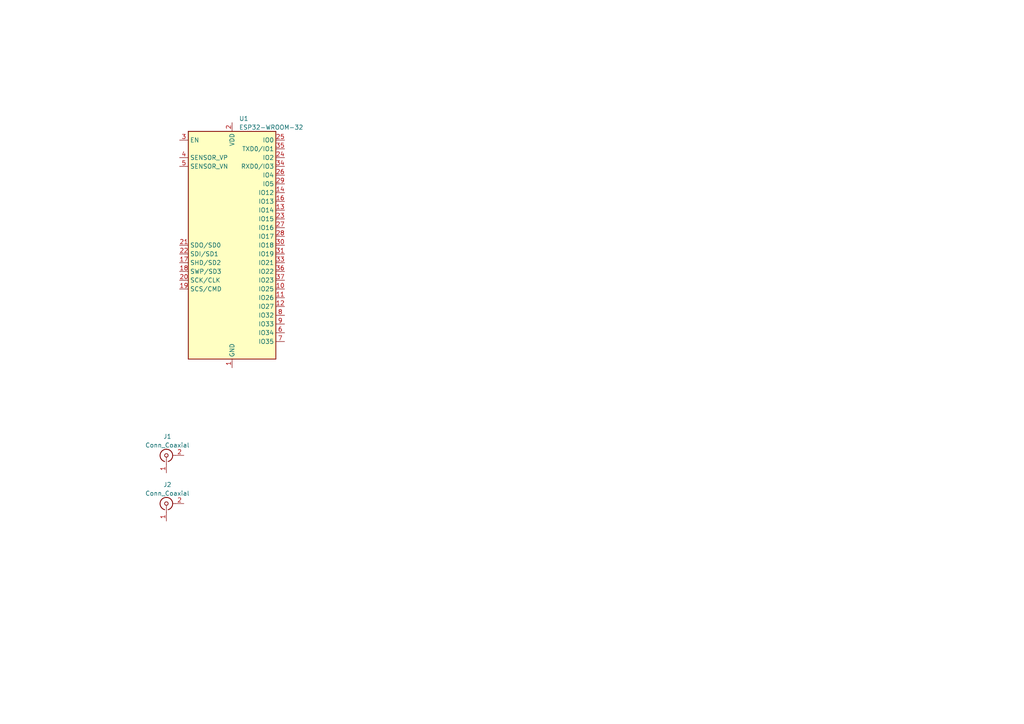
<source format=kicad_sch>
(kicad_sch (version 20211123) (generator eeschema)
  (paper "A4")
  (lib_symbols
    (symbol "Connector:Conn_Coaxial" (pin_names (offset 1.016) hide)
      (property "Reference" "J" (at 0.254 3.048 0))
      (property "Value" "Conn_Coaxial" (at 2.921 0 90))
      (symbol "Conn_Coaxial_0_1"
        (arc (start -1.778 -0.508) (mid 0.2311 -1.8066) (end 1.778 0) (stroke (width 0.254)))
        (polyline (pts (xy -2.54 0) (xy -0.508 0)))
        (polyline (pts (xy 0 -2.54) (xy 0 -1.778)))
        (circle (center 0 0) (radius 0.508) (stroke (width 0.2032)))
        (arc (start 1.778 0) (mid 0.2099 1.8101) (end -1.778 0.508) (stroke (width 0.254)))
      )
      (symbol "Conn_Coaxial_1_1"
        (pin passive line (at -5.08 0 0) (length 2.54) (name "In") (number "1"))
        (pin passive line (at 0 -5.08 90) (length 2.54) (name "Ext") (number "2"))
      )
    )
    (symbol "RF_Module:ESP32-WROOM-32"
      (property "Reference" "U" (at -12.7 34.29 0))
      (property "Value" "ESP32-WROOM-32" (at 1.27 34.29 0))
      (symbol "ESP32-WROOM-32_0_1"
        (rectangle (start -12.7 33.02) (end 12.7 -33.02) (stroke (width 0.254)) (fill (type background)))
      )
      (symbol "ESP32-WROOM-32_1_1"
        (pin power_in line (at 0 -35.56 90) (length 2.54) (name "GND") (number "1"))
        (pin bidirectional line (at 15.24 -12.7 180) (length 2.54) (name "IO25") (number "10"))
        (pin bidirectional line (at 15.24 -15.24 180) (length 2.54) (name "IO26") (number "11"))
        (pin bidirectional line (at 15.24 -17.78 180) (length 2.54) (name "IO27") (number "12"))
        (pin bidirectional line (at 15.24 10.16 180) (length 2.54) (name "IO14") (number "13"))
        (pin bidirectional line (at 15.24 15.24 180) (length 2.54) (name "IO12") (number "14"))
        (pin passive line (at 0 -35.56 90) (length 2.54) hide (name "GND") (number "15"))
        (pin bidirectional line (at 15.24 12.7 180) (length 2.54) (name "IO13") (number "16"))
        (pin bidirectional line (at -15.24 -5.08 0) (length 2.54) (name "SHD/SD2") (number "17"))
        (pin bidirectional line (at -15.24 -7.62 0) (length 2.54) (name "SWP/SD3") (number "18"))
        (pin bidirectional line (at -15.24 -12.7 0) (length 2.54) (name "SCS/CMD") (number "19"))
        (pin power_in line (at 0 35.56 270) (length 2.54) (name "VDD") (number "2"))
        (pin bidirectional line (at -15.24 -10.16 0) (length 2.54) (name "SCK/CLK") (number "20"))
        (pin bidirectional line (at -15.24 0 0) (length 2.54) (name "SDO/SD0") (number "21"))
        (pin bidirectional line (at -15.24 -2.54 0) (length 2.54) (name "SDI/SD1") (number "22"))
        (pin bidirectional line (at 15.24 7.62 180) (length 2.54) (name "IO15") (number "23"))
        (pin bidirectional line (at 15.24 25.4 180) (length 2.54) (name "IO2") (number "24"))
        (pin bidirectional line (at 15.24 30.48 180) (length 2.54) (name "IO0") (number "25"))
        (pin bidirectional line (at 15.24 20.32 180) (length 2.54) (name "IO4") (number "26"))
        (pin bidirectional line (at 15.24 5.08 180) (length 2.54) (name "IO16") (number "27"))
        (pin bidirectional line (at 15.24 2.54 180) (length 2.54) (name "IO17") (number "28"))
        (pin bidirectional line (at 15.24 17.78 180) (length 2.54) (name "IO5") (number "29"))
        (pin input line (at -15.24 30.48 0) (length 2.54) (name "EN") (number "3"))
        (pin bidirectional line (at 15.24 0 180) (length 2.54) (name "IO18") (number "30"))
        (pin bidirectional line (at 15.24 -2.54 180) (length 2.54) (name "IO19") (number "31"))
        (pin no_connect line (at -12.7 -27.94 0) (length 2.54) hide (name "NC") (number "32"))
        (pin bidirectional line (at 15.24 -5.08 180) (length 2.54) (name "IO21") (number "33"))
        (pin bidirectional line (at 15.24 22.86 180) (length 2.54) (name "RXD0/IO3") (number "34"))
        (pin bidirectional line (at 15.24 27.94 180) (length 2.54) (name "TXD0/IO1") (number "35"))
        (pin bidirectional line (at 15.24 -7.62 180) (length 2.54) (name "IO22") (number "36"))
        (pin bidirectional line (at 15.24 -10.16 180) (length 2.54) (name "IO23") (number "37"))
        (pin passive line (at 0 -35.56 90) (length 2.54) hide (name "GND") (number "38"))
        (pin passive line (at 0 -35.56 90) (length 2.54) hide (name "GND") (number "39"))
        (pin input line (at -15.24 25.4 0) (length 2.54) (name "SENSOR_VP") (number "4"))
        (pin input line (at -15.24 22.86 0) (length 2.54) (name "SENSOR_VN") (number "5"))
        (pin input line (at 15.24 -25.4 180) (length 2.54) (name "IO34") (number "6"))
        (pin input line (at 15.24 -27.94 180) (length 2.54) (name "IO35") (number "7"))
        (pin bidirectional line (at 15.24 -20.32 180) (length 2.54) (name "IO32") (number "8"))
        (pin bidirectional line (at 15.24 -22.86 180) (length 2.54) (name "IO33") (number "9"))
      )
    )
  )
  (symbol (lib_id "Connector:Conn_Coaxial") (at 48.26 146.05 90) (unit 1)
    (property "Reference" "J2" (at 48.5532 140.5721 90))
    (property "Value" "Conn_Coaxial" (at 48.5532 143.109 90))
    (property "Datasheet" " ~" (effects hide))
  )
  (symbol (lib_id "RF_Module:ESP32-WROOM-32") (at 67.31 71.12 0) (unit 1)
    (property "Reference" "U1" (at 69.3294 34.4002 0) (effects (justify left)))
    (property "Value" "ESP32-WROOM-32" (at 69.3294 36.9371 0) (effects (justify left)))
    (property "Footprint" "RF_Module:ESP32-WROOM-32" (effects hide))
    (property "Datasheet" "https://www.espressif.com/sites/default/files/documentation/esp32-wroom-32_datasheet_en.pdf" (effects hide))
    (property "LCSC#" "C82899" (effects hide))
  )
  (symbol (lib_id "Connector:Conn_Coaxial") (at 48.26 132.08 90) (unit 1)
    (property "Reference" "J1" (at 48.5532 126.6021 90))
    (property "Value" "Conn_Coaxial" (at 48.5532 129.139 90))
    (property "Datasheet" " ~" (effects hide))
  )
)
</source>
